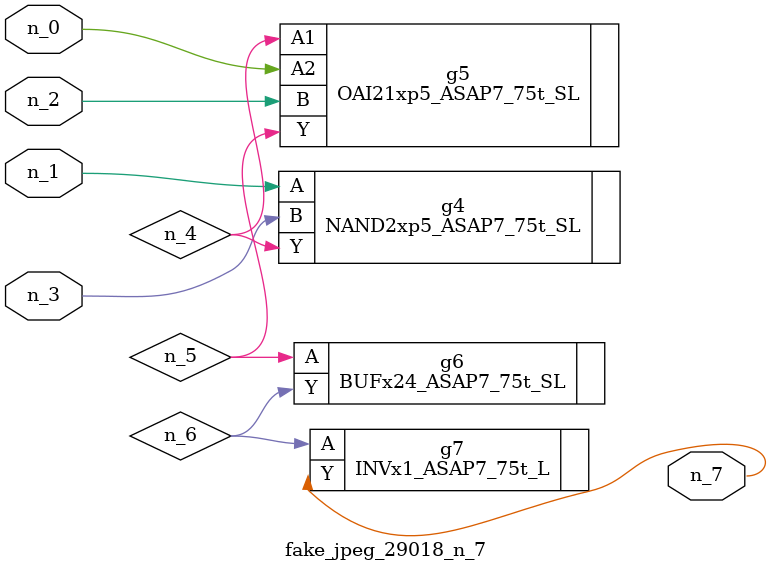
<source format=v>
module fake_jpeg_29018_n_7 (n_0, n_3, n_2, n_1, n_7);

input n_0;
input n_3;
input n_2;
input n_1;

output n_7;

wire n_4;
wire n_6;
wire n_5;

NAND2xp5_ASAP7_75t_SL g4 ( 
.A(n_1),
.B(n_3),
.Y(n_4)
);

OAI21xp5_ASAP7_75t_SL g5 ( 
.A1(n_4),
.A2(n_0),
.B(n_2),
.Y(n_5)
);

BUFx24_ASAP7_75t_SL g6 ( 
.A(n_5),
.Y(n_6)
);

INVx1_ASAP7_75t_L g7 ( 
.A(n_6),
.Y(n_7)
);


endmodule
</source>
